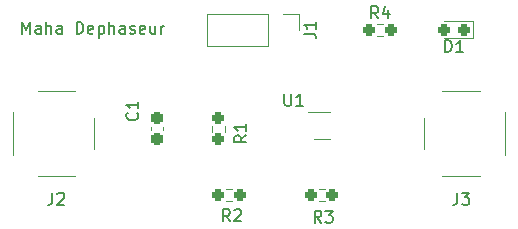
<source format=gto>
G04 #@! TF.GenerationSoftware,KiCad,Pcbnew,6.0.11+dfsg-1*
G04 #@! TF.CreationDate,2024-04-10T12:01:03+02:00*
G04 #@! TF.ProjectId,Nehari_Chauveliere_aase_dephaseur,4e656861-7269-45f4-9368-617576656c69,rev?*
G04 #@! TF.SameCoordinates,Original*
G04 #@! TF.FileFunction,Legend,Top*
G04 #@! TF.FilePolarity,Positive*
%FSLAX46Y46*%
G04 Gerber Fmt 4.6, Leading zero omitted, Abs format (unit mm)*
G04 Created by KiCad (PCBNEW 6.0.11+dfsg-1) date 2024-04-10 12:01:03*
%MOMM*%
%LPD*%
G01*
G04 APERTURE LIST*
G04 Aperture macros list*
%AMRoundRect*
0 Rectangle with rounded corners*
0 $1 Rounding radius*
0 $2 $3 $4 $5 $6 $7 $8 $9 X,Y pos of 4 corners*
0 Add a 4 corners polygon primitive as box body*
4,1,4,$2,$3,$4,$5,$6,$7,$8,$9,$2,$3,0*
0 Add four circle primitives for the rounded corners*
1,1,$1+$1,$2,$3*
1,1,$1+$1,$4,$5*
1,1,$1+$1,$6,$7*
1,1,$1+$1,$8,$9*
0 Add four rect primitives between the rounded corners*
20,1,$1+$1,$2,$3,$4,$5,0*
20,1,$1+$1,$4,$5,$6,$7,0*
20,1,$1+$1,$6,$7,$8,$9,0*
20,1,$1+$1,$8,$9,$2,$3,0*%
G04 Aperture macros list end*
%ADD10C,0.150000*%
%ADD11C,0.120000*%
%ADD12RoundRect,0.237500X-0.250000X-0.237500X0.250000X-0.237500X0.250000X0.237500X-0.250000X0.237500X0*%
%ADD13RoundRect,0.237500X0.287500X0.237500X-0.287500X0.237500X-0.287500X-0.237500X0.287500X-0.237500X0*%
%ADD14C,2.250000*%
%ADD15R,1.500000X0.400000*%
%ADD16RoundRect,0.237500X0.237500X-0.250000X0.237500X0.250000X-0.237500X0.250000X-0.237500X-0.250000X0*%
%ADD17R,1.700000X1.700000*%
%ADD18O,1.700000X1.700000*%
%ADD19RoundRect,0.237500X-0.237500X0.300000X-0.237500X-0.300000X0.237500X-0.300000X0.237500X0.300000X0*%
G04 APERTURE END LIST*
D10*
X113681619Y-72461380D02*
X113681619Y-71461380D01*
X114014952Y-72175666D01*
X114348285Y-71461380D01*
X114348285Y-72461380D01*
X115253047Y-72461380D02*
X115253047Y-71937571D01*
X115205428Y-71842333D01*
X115110190Y-71794714D01*
X114919714Y-71794714D01*
X114824476Y-71842333D01*
X115253047Y-72413761D02*
X115157809Y-72461380D01*
X114919714Y-72461380D01*
X114824476Y-72413761D01*
X114776857Y-72318523D01*
X114776857Y-72223285D01*
X114824476Y-72128047D01*
X114919714Y-72080428D01*
X115157809Y-72080428D01*
X115253047Y-72032809D01*
X115729238Y-72461380D02*
X115729238Y-71461380D01*
X116157809Y-72461380D02*
X116157809Y-71937571D01*
X116110190Y-71842333D01*
X116014952Y-71794714D01*
X115872095Y-71794714D01*
X115776857Y-71842333D01*
X115729238Y-71889952D01*
X117062571Y-72461380D02*
X117062571Y-71937571D01*
X117014952Y-71842333D01*
X116919714Y-71794714D01*
X116729238Y-71794714D01*
X116634000Y-71842333D01*
X117062571Y-72413761D02*
X116967333Y-72461380D01*
X116729238Y-72461380D01*
X116634000Y-72413761D01*
X116586380Y-72318523D01*
X116586380Y-72223285D01*
X116634000Y-72128047D01*
X116729238Y-72080428D01*
X116967333Y-72080428D01*
X117062571Y-72032809D01*
X118300666Y-72461380D02*
X118300666Y-71461380D01*
X118538761Y-71461380D01*
X118681619Y-71509000D01*
X118776857Y-71604238D01*
X118824476Y-71699476D01*
X118872095Y-71889952D01*
X118872095Y-72032809D01*
X118824476Y-72223285D01*
X118776857Y-72318523D01*
X118681619Y-72413761D01*
X118538761Y-72461380D01*
X118300666Y-72461380D01*
X119681619Y-72413761D02*
X119586380Y-72461380D01*
X119395904Y-72461380D01*
X119300666Y-72413761D01*
X119253047Y-72318523D01*
X119253047Y-71937571D01*
X119300666Y-71842333D01*
X119395904Y-71794714D01*
X119586380Y-71794714D01*
X119681619Y-71842333D01*
X119729238Y-71937571D01*
X119729238Y-72032809D01*
X119253047Y-72128047D01*
X120157809Y-71794714D02*
X120157809Y-72794714D01*
X120157809Y-71842333D02*
X120253047Y-71794714D01*
X120443523Y-71794714D01*
X120538761Y-71842333D01*
X120586380Y-71889952D01*
X120634000Y-71985190D01*
X120634000Y-72270904D01*
X120586380Y-72366142D01*
X120538761Y-72413761D01*
X120443523Y-72461380D01*
X120253047Y-72461380D01*
X120157809Y-72413761D01*
X121062571Y-72461380D02*
X121062571Y-71461380D01*
X121491142Y-72461380D02*
X121491142Y-71937571D01*
X121443523Y-71842333D01*
X121348285Y-71794714D01*
X121205428Y-71794714D01*
X121110190Y-71842333D01*
X121062571Y-71889952D01*
X122395904Y-72461380D02*
X122395904Y-71937571D01*
X122348285Y-71842333D01*
X122253047Y-71794714D01*
X122062571Y-71794714D01*
X121967333Y-71842333D01*
X122395904Y-72413761D02*
X122300666Y-72461380D01*
X122062571Y-72461380D01*
X121967333Y-72413761D01*
X121919714Y-72318523D01*
X121919714Y-72223285D01*
X121967333Y-72128047D01*
X122062571Y-72080428D01*
X122300666Y-72080428D01*
X122395904Y-72032809D01*
X122824476Y-72413761D02*
X122919714Y-72461380D01*
X123110190Y-72461380D01*
X123205428Y-72413761D01*
X123253047Y-72318523D01*
X123253047Y-72270904D01*
X123205428Y-72175666D01*
X123110190Y-72128047D01*
X122967333Y-72128047D01*
X122872095Y-72080428D01*
X122824476Y-71985190D01*
X122824476Y-71937571D01*
X122872095Y-71842333D01*
X122967333Y-71794714D01*
X123110190Y-71794714D01*
X123205428Y-71842333D01*
X124062571Y-72413761D02*
X123967333Y-72461380D01*
X123776857Y-72461380D01*
X123681619Y-72413761D01*
X123634000Y-72318523D01*
X123634000Y-71937571D01*
X123681619Y-71842333D01*
X123776857Y-71794714D01*
X123967333Y-71794714D01*
X124062571Y-71842333D01*
X124110190Y-71937571D01*
X124110190Y-72032809D01*
X123634000Y-72128047D01*
X124967333Y-71794714D02*
X124967333Y-72461380D01*
X124538761Y-71794714D02*
X124538761Y-72318523D01*
X124586380Y-72413761D01*
X124681619Y-72461380D01*
X124824476Y-72461380D01*
X124919714Y-72413761D01*
X124967333Y-72366142D01*
X125443523Y-72461380D02*
X125443523Y-71794714D01*
X125443523Y-71985190D02*
X125491142Y-71889952D01*
X125538761Y-71842333D01*
X125634000Y-71794714D01*
X125729238Y-71794714D01*
X143827833Y-71158380D02*
X143494500Y-70682190D01*
X143256404Y-71158380D02*
X143256404Y-70158380D01*
X143637357Y-70158380D01*
X143732595Y-70206000D01*
X143780214Y-70253619D01*
X143827833Y-70348857D01*
X143827833Y-70491714D01*
X143780214Y-70586952D01*
X143732595Y-70634571D01*
X143637357Y-70682190D01*
X143256404Y-70682190D01*
X144684976Y-70491714D02*
X144684976Y-71158380D01*
X144446880Y-70110761D02*
X144208785Y-70825047D01*
X144827833Y-70825047D01*
X149502904Y-74018380D02*
X149502904Y-73018380D01*
X149741000Y-73018380D01*
X149883857Y-73066000D01*
X149979095Y-73161238D01*
X150026714Y-73256476D01*
X150074333Y-73446952D01*
X150074333Y-73589809D01*
X150026714Y-73780285D01*
X149979095Y-73875523D01*
X149883857Y-73970761D01*
X149741000Y-74018380D01*
X149502904Y-74018380D01*
X151026714Y-74018380D02*
X150455285Y-74018380D01*
X150741000Y-74018380D02*
X150741000Y-73018380D01*
X150645761Y-73161238D01*
X150550523Y-73256476D01*
X150455285Y-73304095D01*
X150542666Y-85939380D02*
X150542666Y-86653666D01*
X150495047Y-86796523D01*
X150399809Y-86891761D01*
X150256952Y-86939380D01*
X150161714Y-86939380D01*
X150923619Y-85939380D02*
X151542666Y-85939380D01*
X151209333Y-86320333D01*
X151352190Y-86320333D01*
X151447428Y-86367952D01*
X151495047Y-86415571D01*
X151542666Y-86510809D01*
X151542666Y-86748904D01*
X151495047Y-86844142D01*
X151447428Y-86891761D01*
X151352190Y-86939380D01*
X151066476Y-86939380D01*
X150971238Y-86891761D01*
X150923619Y-86844142D01*
X116252666Y-85939380D02*
X116252666Y-86653666D01*
X116205047Y-86796523D01*
X116109809Y-86891761D01*
X115966952Y-86939380D01*
X115871714Y-86939380D01*
X116681238Y-86034619D02*
X116728857Y-85987000D01*
X116824095Y-85939380D01*
X117062190Y-85939380D01*
X117157428Y-85987000D01*
X117205047Y-86034619D01*
X117252666Y-86129857D01*
X117252666Y-86225095D01*
X117205047Y-86367952D01*
X116633619Y-86939380D01*
X117252666Y-86939380D01*
X135890095Y-77557380D02*
X135890095Y-78366904D01*
X135937714Y-78462142D01*
X135985333Y-78509761D01*
X136080571Y-78557380D01*
X136271047Y-78557380D01*
X136366285Y-78509761D01*
X136413904Y-78462142D01*
X136461523Y-78366904D01*
X136461523Y-77557380D01*
X137461523Y-78557380D02*
X136890095Y-78557380D01*
X137175809Y-78557380D02*
X137175809Y-77557380D01*
X137080571Y-77700238D01*
X136985333Y-77795476D01*
X136890095Y-77843095D01*
X139025333Y-88463380D02*
X138692000Y-87987190D01*
X138453904Y-88463380D02*
X138453904Y-87463380D01*
X138834857Y-87463380D01*
X138930095Y-87511000D01*
X138977714Y-87558619D01*
X139025333Y-87653857D01*
X139025333Y-87796714D01*
X138977714Y-87891952D01*
X138930095Y-87939571D01*
X138834857Y-87987190D01*
X138453904Y-87987190D01*
X139358666Y-87463380D02*
X139977714Y-87463380D01*
X139644380Y-87844333D01*
X139787238Y-87844333D01*
X139882476Y-87891952D01*
X139930095Y-87939571D01*
X139977714Y-88034809D01*
X139977714Y-88272904D01*
X139930095Y-88368142D01*
X139882476Y-88415761D01*
X139787238Y-88463380D01*
X139501523Y-88463380D01*
X139406285Y-88415761D01*
X139358666Y-88368142D01*
X131278333Y-88336380D02*
X130945000Y-87860190D01*
X130706904Y-88336380D02*
X130706904Y-87336380D01*
X131087857Y-87336380D01*
X131183095Y-87384000D01*
X131230714Y-87431619D01*
X131278333Y-87526857D01*
X131278333Y-87669714D01*
X131230714Y-87764952D01*
X131183095Y-87812571D01*
X131087857Y-87860190D01*
X130706904Y-87860190D01*
X131659285Y-87431619D02*
X131706904Y-87384000D01*
X131802142Y-87336380D01*
X132040238Y-87336380D01*
X132135476Y-87384000D01*
X132183095Y-87431619D01*
X132230714Y-87526857D01*
X132230714Y-87622095D01*
X132183095Y-87764952D01*
X131611666Y-88336380D01*
X132230714Y-88336380D01*
X132659380Y-81065666D02*
X132183190Y-81399000D01*
X132659380Y-81637095D02*
X131659380Y-81637095D01*
X131659380Y-81256142D01*
X131707000Y-81160904D01*
X131754619Y-81113285D01*
X131849857Y-81065666D01*
X131992714Y-81065666D01*
X132087952Y-81113285D01*
X132135571Y-81160904D01*
X132183190Y-81256142D01*
X132183190Y-81637095D01*
X132659380Y-80113285D02*
X132659380Y-80684714D01*
X132659380Y-80399000D02*
X131659380Y-80399000D01*
X131802238Y-80494238D01*
X131897476Y-80589476D01*
X131945095Y-80684714D01*
X137545380Y-72469333D02*
X138259666Y-72469333D01*
X138402523Y-72516952D01*
X138497761Y-72612190D01*
X138545380Y-72755047D01*
X138545380Y-72850285D01*
X138545380Y-71469333D02*
X138545380Y-72040761D01*
X138545380Y-71755047D02*
X137545380Y-71755047D01*
X137688238Y-71850285D01*
X137783476Y-71945523D01*
X137831095Y-72040761D01*
X123420142Y-79160666D02*
X123467761Y-79208285D01*
X123515380Y-79351142D01*
X123515380Y-79446380D01*
X123467761Y-79589238D01*
X123372523Y-79684476D01*
X123277285Y-79732095D01*
X123086809Y-79779714D01*
X122943952Y-79779714D01*
X122753476Y-79732095D01*
X122658238Y-79684476D01*
X122563000Y-79589238D01*
X122515380Y-79446380D01*
X122515380Y-79351142D01*
X122563000Y-79208285D01*
X122610619Y-79160666D01*
X123515380Y-78208285D02*
X123515380Y-78779714D01*
X123515380Y-78494000D02*
X122515380Y-78494000D01*
X122658238Y-78589238D01*
X122753476Y-78684476D01*
X122801095Y-78779714D01*
D11*
X143739776Y-71613500D02*
X144249224Y-71613500D01*
X143739776Y-72658500D02*
X144249224Y-72658500D01*
X149441000Y-72871000D02*
X151901000Y-72871000D01*
X151901000Y-71401000D02*
X149441000Y-71401000D01*
X151901000Y-72871000D02*
X151901000Y-71401000D01*
X152476000Y-84499000D02*
X149276000Y-84499000D01*
X152476000Y-77299000D02*
X149276000Y-77299000D01*
X154556000Y-79099000D02*
X154556000Y-82699000D01*
X147676000Y-79599000D02*
X147676000Y-82199000D01*
X119799000Y-82199000D02*
X119799000Y-79599000D01*
X112919000Y-82699000D02*
X112919000Y-79099000D01*
X114999000Y-84499000D02*
X118199000Y-84499000D01*
X114999000Y-77299000D02*
X118199000Y-77299000D01*
X138366090Y-81403737D02*
X139766090Y-81403737D01*
X139766090Y-79083737D02*
X137866090Y-79083737D01*
X138786776Y-85583500D02*
X139296224Y-85583500D01*
X138786776Y-86628500D02*
X139296224Y-86628500D01*
X130959776Y-85583500D02*
X131469224Y-85583500D01*
X130959776Y-86628500D02*
X131469224Y-86628500D01*
X129779500Y-80749224D02*
X129779500Y-80239776D01*
X130824500Y-80749224D02*
X130824500Y-80239776D01*
X129353000Y-70806000D02*
X129353000Y-73466000D01*
X134493000Y-70806000D02*
X129353000Y-70806000D01*
X135763000Y-70806000D02*
X137093000Y-70806000D01*
X134493000Y-73466000D02*
X129353000Y-73466000D01*
X137093000Y-70806000D02*
X137093000Y-72136000D01*
X134493000Y-70806000D02*
X134493000Y-73466000D01*
X125605000Y-80345233D02*
X125605000Y-80637767D01*
X124585000Y-80345233D02*
X124585000Y-80637767D01*
%LPC*%
D12*
X143082000Y-72136000D03*
X144907000Y-72136000D03*
D13*
X151116000Y-72136000D03*
X149366000Y-72136000D03*
D14*
X150876000Y-80899000D03*
X148336000Y-78359000D03*
X153416000Y-83439000D03*
X153416000Y-78359000D03*
X148336000Y-83439000D03*
X119139000Y-78359000D03*
X114059000Y-83439000D03*
X114059000Y-78359000D03*
X119139000Y-83439000D03*
X116599000Y-80899000D03*
D15*
X137736090Y-79593737D03*
X137736090Y-80243737D03*
X137736090Y-80893737D03*
X140396090Y-80893737D03*
X140396090Y-79593737D03*
D12*
X138129000Y-86106000D03*
X139954000Y-86106000D03*
X130302000Y-86106000D03*
X132127000Y-86106000D03*
D16*
X130302000Y-81407000D03*
X130302000Y-79582000D03*
D17*
X135763000Y-72136000D03*
D18*
X133223000Y-72136000D03*
X130683000Y-72136000D03*
D19*
X125095000Y-79629000D03*
X125095000Y-81354000D03*
M02*

</source>
